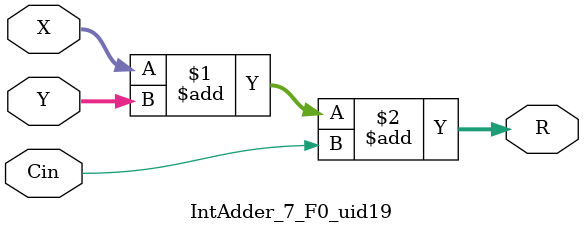
<source format=v>
`timescale 1ns / 1ps

module IntAdder_7_F0_uid19 #(parameter N =6)(
    input [N:0] X,      
    input [N:0] Y,      
    input Cin,           
    output [N:0] R      
);
 
    assign R = X + Y + Cin;
   
endmodule


</source>
